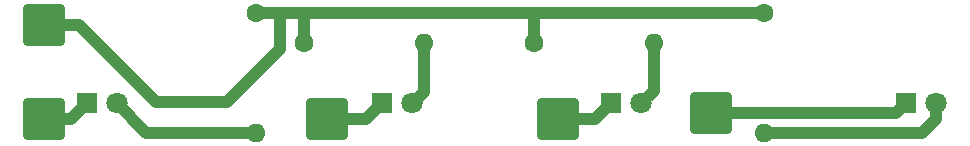
<source format=gbr>
%TF.GenerationSoftware,KiCad,Pcbnew,6.0.5*%
%TF.CreationDate,2022-09-22T17:37:42+02:00*%
%TF.ProjectId,ABS_Simulator_LEDs_a,4142535f-5369-46d7-956c-61746f725f4c,1.0*%
%TF.SameCoordinates,Original*%
%TF.FileFunction,Copper,L2,Bot*%
%TF.FilePolarity,Positive*%
%FSLAX46Y46*%
G04 Gerber Fmt 4.6, Leading zero omitted, Abs format (unit mm)*
G04 Created by KiCad (PCBNEW 6.0.5) date 2022-09-22 17:37:42*
%MOMM*%
%LPD*%
G01*
G04 APERTURE LIST*
G04 Aperture macros list*
%AMRoundRect*
0 Rectangle with rounded corners*
0 $1 Rounding radius*
0 $2 $3 $4 $5 $6 $7 $8 $9 X,Y pos of 4 corners*
0 Add a 4 corners polygon primitive as box body*
4,1,4,$2,$3,$4,$5,$6,$7,$8,$9,$2,$3,0*
0 Add four circle primitives for the rounded corners*
1,1,$1+$1,$2,$3*
1,1,$1+$1,$4,$5*
1,1,$1+$1,$6,$7*
1,1,$1+$1,$8,$9*
0 Add four rect primitives between the rounded corners*
20,1,$1+$1,$2,$3,$4,$5,0*
20,1,$1+$1,$4,$5,$6,$7,0*
20,1,$1+$1,$6,$7,$8,$9,0*
20,1,$1+$1,$8,$9,$2,$3,0*%
G04 Aperture macros list end*
%TA.AperFunction,ComponentPad*%
%ADD10RoundRect,0.250002X-1.499998X-1.499998X1.499998X-1.499998X1.499998X1.499998X-1.499998X1.499998X0*%
%TD*%
%TA.AperFunction,ComponentPad*%
%ADD11C,1.600000*%
%TD*%
%TA.AperFunction,ComponentPad*%
%ADD12O,1.600000X1.600000*%
%TD*%
%TA.AperFunction,ComponentPad*%
%ADD13R,1.800000X1.800000*%
%TD*%
%TA.AperFunction,ComponentPad*%
%ADD14C,1.800000*%
%TD*%
%TA.AperFunction,Conductor*%
%ADD15C,1.000000*%
%TD*%
G04 APERTURE END LIST*
D10*
%TO.P,J3,1,Pin_1*%
%TO.N,Net-(D2-Pad1)*%
X122500000Y-46500000D03*
%TD*%
D11*
%TO.P,R3,1*%
%TO.N,+12V*%
X140000000Y-40000000D03*
D12*
%TO.P,R3,2*%
%TO.N,Net-(D3-Pad2)*%
X150160000Y-40000000D03*
%TD*%
D11*
%TO.P,R1,1*%
%TO.N,+12V*%
X116500000Y-37500000D03*
D12*
%TO.P,R1,2*%
%TO.N,Net-(D1-Pad2)*%
X116500000Y-47660000D03*
%TD*%
D13*
%TO.P,D3,1,K*%
%TO.N,Net-(D3-Pad1)*%
X146529999Y-45150000D03*
D14*
%TO.P,D3,2,A*%
%TO.N,Net-(D3-Pad2)*%
X149069999Y-45150000D03*
%TD*%
D13*
%TO.P,D4,1,K*%
%TO.N,Net-(D4-Pad1)*%
X171530000Y-45150000D03*
D14*
%TO.P,D4,2,A*%
%TO.N,Net-(D4-Pad2)*%
X174070000Y-45150000D03*
%TD*%
D10*
%TO.P,J5,1,Pin_1*%
%TO.N,Net-(D4-Pad1)*%
X155000000Y-46000000D03*
%TD*%
%TO.P,J1,1,Pin_1*%
%TO.N,+12V*%
X98500000Y-38500000D03*
%TD*%
%TO.P,J2,1,Pin_1*%
%TO.N,Net-(D1-Pad1)*%
X98500000Y-46500000D03*
%TD*%
D13*
%TO.P,D1,1,K*%
%TO.N,Net-(D1-Pad1)*%
X102130000Y-45150000D03*
D14*
%TO.P,D1,2,A*%
%TO.N,Net-(D1-Pad2)*%
X104670000Y-45150000D03*
%TD*%
D11*
%TO.P,R4,1*%
%TO.N,+12V*%
X159500000Y-37500000D03*
D12*
%TO.P,R4,2*%
%TO.N,Net-(D4-Pad2)*%
X159500000Y-47660000D03*
%TD*%
D11*
%TO.P,R2,1*%
%TO.N,+12V*%
X120500000Y-40000000D03*
D12*
%TO.P,R2,2*%
%TO.N,Net-(D2-Pad2)*%
X130660000Y-40000000D03*
%TD*%
D13*
%TO.P,D2,1,K*%
%TO.N,Net-(D2-Pad1)*%
X127125000Y-45150000D03*
D14*
%TO.P,D2,2,A*%
%TO.N,Net-(D2-Pad2)*%
X129665000Y-45150000D03*
%TD*%
D10*
%TO.P,J4,1,Pin_1*%
%TO.N,Net-(D3-Pad1)*%
X142000000Y-46500000D03*
%TD*%
D15*
%TO.N,Net-(D1-Pad1)*%
X98500000Y-46500000D02*
X100780000Y-46500000D01*
X100780000Y-46500000D02*
X102130000Y-45150000D01*
%TO.N,Net-(D1-Pad2)*%
X116500000Y-47660000D02*
X107180000Y-47660000D01*
X107180000Y-47660000D02*
X104670000Y-45150000D01*
%TO.N,Net-(D2-Pad1)*%
X125775000Y-46500000D02*
X127125000Y-45150000D01*
X122500000Y-46500000D02*
X125775000Y-46500000D01*
%TO.N,Net-(D2-Pad2)*%
X130660000Y-40000000D02*
X130660000Y-44155000D01*
X130660000Y-44155000D02*
X129665000Y-45150000D01*
%TO.N,Net-(D3-Pad1)*%
X142000000Y-46500000D02*
X145179999Y-46500000D01*
X145179999Y-46500000D02*
X146529999Y-45150000D01*
%TO.N,Net-(D3-Pad2)*%
X150160000Y-44059999D02*
X149069999Y-45150000D01*
X150160000Y-40000000D02*
X150160000Y-44059999D01*
%TO.N,Net-(D4-Pad1)*%
X155000000Y-46000000D02*
X170680000Y-46000000D01*
X170680000Y-46000000D02*
X171530000Y-45150000D01*
%TO.N,Net-(D4-Pad2)*%
X172840000Y-47660000D02*
X174070000Y-46430000D01*
X174070000Y-46430000D02*
X174070000Y-45150000D01*
X159500000Y-47660000D02*
X172840000Y-47660000D01*
%TO.N,+12V*%
X120500000Y-37500000D02*
X140000000Y-37500000D01*
X108000000Y-45000000D02*
X114000000Y-45000000D01*
X140000000Y-37500000D02*
X159500000Y-37500000D01*
X114000000Y-45000000D02*
X118500000Y-40500000D01*
X101500000Y-38500000D02*
X108000000Y-45000000D01*
X116500000Y-37500000D02*
X120500000Y-37500000D01*
X98500000Y-38500000D02*
X101500000Y-38500000D01*
X118500000Y-37500000D02*
X116500000Y-37500000D01*
X118500000Y-40500000D02*
X118500000Y-37500000D01*
X120500000Y-40000000D02*
X120500000Y-37500000D01*
X140000000Y-40000000D02*
X140000000Y-37500000D01*
%TD*%
M02*

</source>
